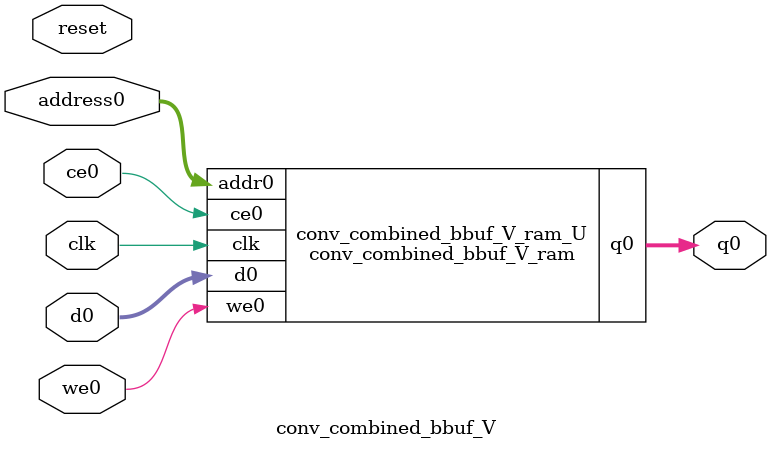
<source format=v>
`timescale 1 ns / 1 ps
module conv_combined_bbuf_V_ram (addr0, ce0, d0, we0, q0,  clk);

parameter DWIDTH = 16;
parameter AWIDTH = 5;
parameter MEM_SIZE = 32;

input[AWIDTH-1:0] addr0;
input ce0;
input[DWIDTH-1:0] d0;
input we0;
output reg[DWIDTH-1:0] q0;
input clk;

reg [DWIDTH-1:0] ram[0:MEM_SIZE-1];




always @(posedge clk)  
begin 
    if (ce0) begin
        if (we0) 
            ram[addr0] <= d0; 
        q0 <= ram[addr0];
    end
end


endmodule

`timescale 1 ns / 1 ps
module conv_combined_bbuf_V(
    reset,
    clk,
    address0,
    ce0,
    we0,
    d0,
    q0);

parameter DataWidth = 32'd16;
parameter AddressRange = 32'd32;
parameter AddressWidth = 32'd5;
input reset;
input clk;
input[AddressWidth - 1:0] address0;
input ce0;
input we0;
input[DataWidth - 1:0] d0;
output[DataWidth - 1:0] q0;



conv_combined_bbuf_V_ram conv_combined_bbuf_V_ram_U(
    .clk( clk ),
    .addr0( address0 ),
    .ce0( ce0 ),
    .we0( we0 ),
    .d0( d0 ),
    .q0( q0 ));

endmodule


</source>
